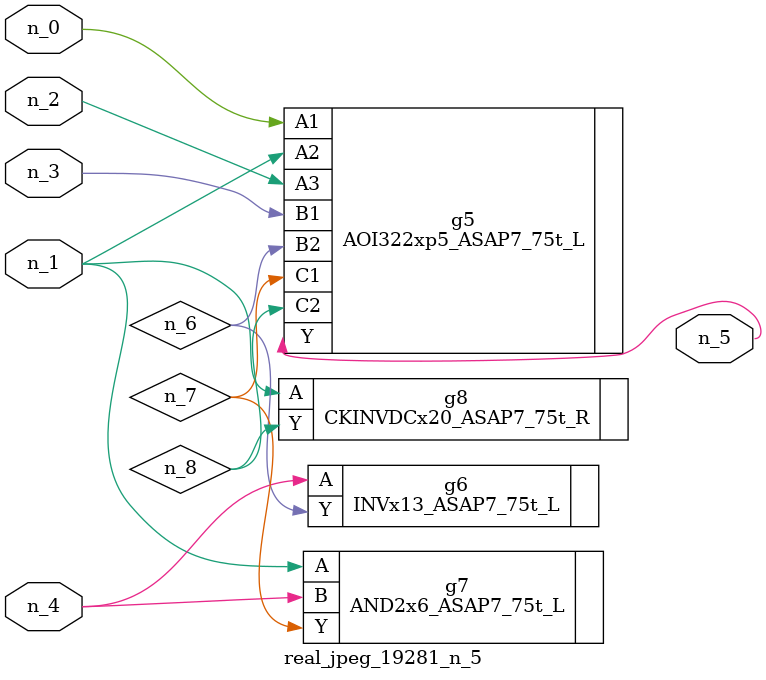
<source format=v>
module real_jpeg_19281_n_5 (n_4, n_0, n_1, n_2, n_3, n_5);

input n_4;
input n_0;
input n_1;
input n_2;
input n_3;

output n_5;

wire n_8;
wire n_6;
wire n_7;

AOI322xp5_ASAP7_75t_L g5 ( 
.A1(n_0),
.A2(n_1),
.A3(n_2),
.B1(n_3),
.B2(n_6),
.C1(n_7),
.C2(n_8),
.Y(n_5)
);

AND2x6_ASAP7_75t_L g7 ( 
.A(n_1),
.B(n_4),
.Y(n_7)
);

CKINVDCx20_ASAP7_75t_R g8 ( 
.A(n_1),
.Y(n_8)
);

INVx13_ASAP7_75t_L g6 ( 
.A(n_4),
.Y(n_6)
);


endmodule
</source>
